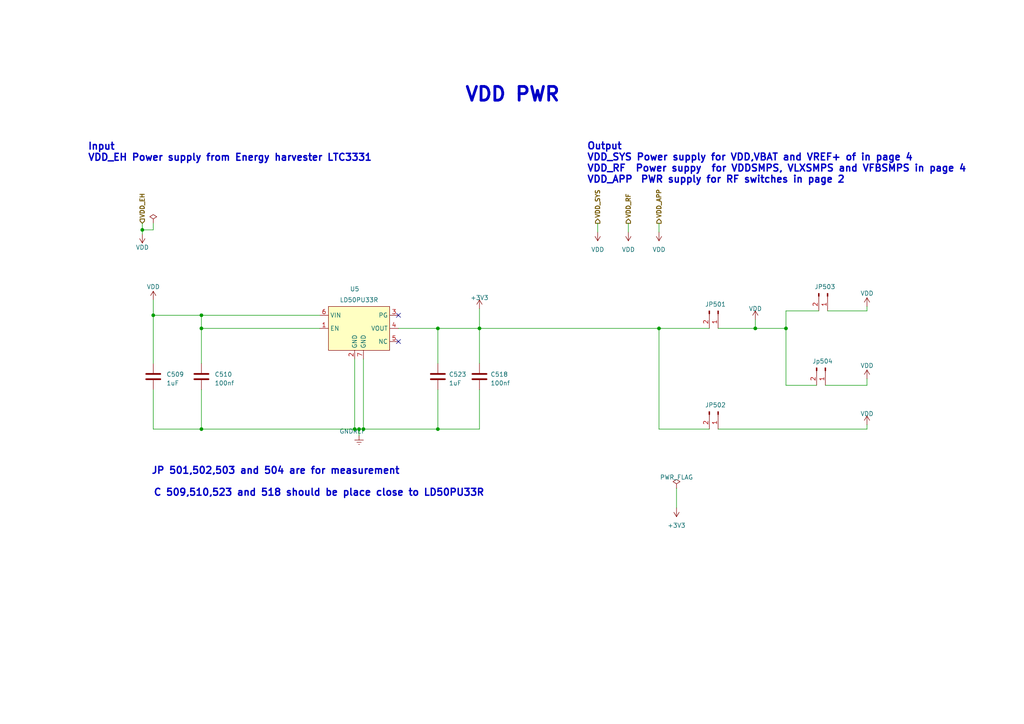
<source format=kicad_sch>
(kicad_sch (version 20230121) (generator eeschema)
  (paper "A4")
  (lib_symbols
    (symbol "Local:3V3" (power) (pin_names (offset 0))
      (property "Value" "3V3" (at 0 3.556 0))
      (symbol "3V3_0_1"
        (polyline (pts (xy -0.762 1.27) (xy 0 2.54)))
        (polyline (pts (xy 0 0) (xy 0 2.54)))
        (polyline (pts (xy 0 2.54) (xy 0.762 1.27)))
      )
      (symbol "3V3_1_1"
        (pin power_in line (at 0 0 90) (length 0) hide (name "+3V3") (number "1"))
      )
    )
    (symbol "Local:Capcitor" (pin_numbers hide) (pin_names (offset 0.254))
      (property "Reference" "C" (at 0.635 2.54 0))
      (property "Value" "C" (at 0.635 -2.54 0))
      (symbol "Capcitor_0_1"
        (polyline (pts (xy -2.032 -0.762) (xy 2.032 -0.762)) (stroke (width 0.508)))
        (polyline (pts (xy -2.032 0.762) (xy 2.032 0.762)) (stroke (width 0.508)))
      )
      (symbol "Capcitor_1_1"
        (pin passive line (at 0 3.81 270) (length 2.794) (name "~") (number "1"))
        (pin passive line (at 0 -3.81 90) (length 2.794) (name "~") (number "2"))
      )
    )
    (symbol "Local:GND" (power) (pin_names (offset 0))
      (property "Value" "GND" (at 0 -3.81 0))
      (symbol "GND_0_1"
        (polyline (pts (xy -0.635 -1.905) (xy 0.635 -1.905)))
        (polyline (pts (xy -0.127 -2.54) (xy 0.127 -2.54)))
        (polyline (pts (xy 0 -1.27) (xy 0 0)))
        (polyline (pts (xy 1.27 -1.27) (xy -1.27 -1.27)))
      )
      (symbol "GND_1_1"
        (pin power_in line (at 0 0 270) (length 0) hide (name "GNDREF") (number "1"))
      )
    )
    (symbol "Local:LD39050"
      (property "Reference" "U" (at -8.89 8.89 0))
      (symbol "LD39050_0_0"
        (pin bidirectional line (at -11.43 0 0) (length 2.54) (name "EN") (number "1"))
        (pin power_in line (at -1.27 -8.89 90) (length 2.54) (name "GND") (number "2"))
        (pin bidirectional line (at 11.43 3.81 180) (length 2.54) (name "PG") (number "3"))
        (pin bidirectional line (at 11.43 0 180) (length 2.54) (name "VOUT") (number "4"))
        (pin free line (at 11.43 -3.81 180) (length 2.54) (name "NC") (number "5"))
        (pin power_in line (at -11.43 3.81 0) (length 2.54) (name "VIN") (number "6"))
      )
      (symbol "LD39050_1_1"
        (rectangle (start -8.89 6.35) (end 8.89 -6.35) (fill (type background)))
        (pin power_out line (at 1.27 -8.89 90) (length 2.54) (name "GND") (number "7"))
      )
    )
    (symbol "Local:VDD_APP" (power) (pin_names (offset 0))
      (property "Value" "VDD_APP" (at 0 3.81 0))
      (symbol "VDD_APP_0_1"
        (polyline (pts (xy -0.762 1.27) (xy 0 2.54)))
        (polyline (pts (xy 0 0) (xy 0 2.54)))
        (polyline (pts (xy 0 2.54) (xy 0.762 1.27)))
      )
      (symbol "VDD_APP_1_1"
        (pin power_in line (at 0 0 90) (length 0) hide (name "VDD") (number "1"))
      )
    )
    (symbol "Local:VDD_EH" (power) (pin_names (offset 0))
      (property "Value" "VDD_EH" (at 0 3.81 0))
      (symbol "VDD_EH_0_1"
        (polyline (pts (xy -0.762 1.27) (xy 0 2.54)))
        (polyline (pts (xy 0 0) (xy 0 2.54)))
        (polyline (pts (xy 0 2.54) (xy 0.762 1.27)))
      )
      (symbol "VDD_EH_1_1"
        (pin power_in line (at 0 0 90) (length 0) hide (name "VDD") (number "1"))
      )
    )
    (symbol "Local:VDD_MCU" (power) (pin_names (offset 0))
      (property "Value" "VDD_MCU" (at 0 3.81 0))
      (symbol "VDD_MCU_0_1"
        (polyline (pts (xy -0.762 1.27) (xy 0 2.54)))
        (polyline (pts (xy 0 0) (xy 0 2.54)))
        (polyline (pts (xy 0 2.54) (xy 0.762 1.27)))
      )
      (symbol "VDD_MCU_1_1"
        (pin power_in line (at 0 0 90) (length 0) hide (name "VDD") (number "1"))
      )
    )
    (symbol "Local:VDD_RF" (power) (pin_names (offset 0))
      (property "Value" "VDD_RF" (at 0 3.81 0))
      (symbol "VDD_RF_0_1"
        (polyline (pts (xy -0.762 1.27) (xy 0 2.54)))
        (polyline (pts (xy 0 0) (xy 0 2.54)))
        (polyline (pts (xy 0 2.54) (xy 0.762 1.27)))
      )
      (symbol "VDD_RF_1_1"
        (pin power_in line (at 0 0 90) (length 0) hide (name "VDD") (number "1"))
      )
    )
    (symbol "Local:VDD_SYS" (power) (pin_names (offset 0))
      (property "Value" "VDD_SYS" (at 0 3.81 0))
      (symbol "VDD_SYS_0_1"
        (polyline (pts (xy -0.762 1.27) (xy 0 2.54)))
        (polyline (pts (xy 0 0) (xy 0 2.54)))
        (polyline (pts (xy 0 2.54) (xy 0.762 1.27)))
      )
      (symbol "VDD_SYS_1_1"
        (pin power_in line (at 0 0 90) (length 0) hide (name "VDD") (number "1"))
      )
    )
    (symbol "Local:jumper_01x02_Pin" (pin_names (offset 1.016) hide)
      (property "Reference" "J" (at 0 2.54 0))
      (property "Value" "Conn_01x02_Pin" (at 0 -5.08 0))
      (symbol "jumper_01x02_Pin_1_1"
        (polyline (pts (xy 1.27 -2.54) (xy 0.8636 -2.54)) (stroke (width 0.1524)))
        (polyline (pts (xy 1.27 0) (xy 0.8636 0)) (stroke (width 0.1524)))
        (rectangle (start 0.8636 -2.413) (end 0 -2.667) (stroke (width 0.1524)) (fill (type outline)))
        (rectangle (start 0.8636 0.127) (end 0 -0.127) (stroke (width 0.1524)) (fill (type outline)))
        (pin passive line (at 5.08 0 180) (length 3.81) (name "Pin_1") (number "1"))
        (pin passive line (at 5.08 -2.54 180) (length 3.81) (name "Pin_2") (number "2"))
      )
    )
    (symbol "power:PWR_FLAG" (power) (pin_numbers hide) (pin_names (offset 0) hide)
      (property "Value" "PWR_FLAG" (at 0 3.81 0))
      (symbol "PWR_FLAG_0_0"
        (pin power_out line (at 0 0 90) (length 0) (name "pwr") (number "1"))
      )
      (symbol "PWR_FLAG_0_1"
        (polyline (pts (xy 0 0) (xy 0 1.27) (xy -1.016 1.905) (xy 0 2.54) (xy 1.016 1.905) (xy 0 1.27)))
      )
    )
  )
  (junction (at 58.42 91.44))
  (junction (at 58.42 124.46))
  (junction (at 104.14 124.46))
  (junction (at 44.45 91.44))
  (junction (at 127 124.46))
  (junction (at 58.42 95.25))
  (junction (at 127 95.25))
  (junction (at 227.965 95.25))
  (junction (at 139.065 95.25))
  (junction (at 191.135 95.25))
  (junction (at 41.275 66.675))
  (junction (at 105.41 124.46))
  (junction (at 219.075 95.25))
  (junction (at 102.87 124.46))
  (no_connect (at 115.57 91.44))
  (no_connect (at 115.57 99.06))
  (wire (pts (xy 102.87 104.14) (xy 102.87 124.46)))
  (wire (pts (xy 219.075 95.25) (xy 227.965 95.25)))
  (wire (pts (xy 58.42 91.44) (xy 92.71 91.44)))
  (wire (pts (xy 44.45 124.46) (xy 58.42 124.46)))
  (wire (pts (xy 115.57 95.25) (xy 127 95.25)))
  (wire (pts (xy 240.03 90.17) (xy 251.46 90.17)))
  (wire (pts (xy 41.275 66.675) (xy 41.275 67.945)))
  (wire (pts (xy 139.065 95.25) (xy 191.135 95.25)))
  (wire (pts (xy 44.45 91.44) (xy 58.42 91.44)))
  (wire (pts (xy 227.965 95.25) (xy 227.965 111.76)))
  (wire (pts (xy 208.28 124.46) (xy 251.46 124.46)))
  (wire (pts (xy 105.41 124.46) (xy 127 124.46)))
  (wire (pts (xy 139.065 95.25) (xy 127 95.25)))
  (wire (pts (xy 44.45 64.77) (xy 44.45 66.675)))
  (wire (pts (xy 173.355 64.77) (xy 173.355 67.31)))
  (wire (pts (xy 208.28 95.25) (xy 219.075 95.25)))
  (wire (pts (xy 44.45 66.675) (xy 41.275 66.675)))
  (wire (pts (xy 191.135 124.46) (xy 205.74 124.46)))
  (wire (pts (xy 58.42 124.46) (xy 58.42 113.03)))
  (wire (pts (xy 58.42 95.25) (xy 58.42 105.41)))
  (wire (pts (xy 127 124.46) (xy 139.065 124.46)))
  (wire (pts (xy 191.135 95.25) (xy 191.135 124.46)))
  (wire (pts (xy 139.065 89.535) (xy 139.065 95.25)))
  (wire (pts (xy 191.135 95.25) (xy 205.74 95.25)))
  (wire (pts (xy 227.965 95.25) (xy 227.965 90.17)))
  (wire (pts (xy 41.275 64.77) (xy 41.275 66.675)))
  (wire (pts (xy 44.45 86.995) (xy 44.45 91.44)))
  (wire (pts (xy 44.45 113.03) (xy 44.45 124.46)))
  (wire (pts (xy 44.45 91.44) (xy 44.45 105.41)))
  (wire (pts (xy 127 95.25) (xy 127 105.41)))
  (wire (pts (xy 227.965 90.17) (xy 237.49 90.17)))
  (wire (pts (xy 227.965 111.76) (xy 236.855 111.76)))
  (wire (pts (xy 196.215 141.605) (xy 196.215 147.32)))
  (wire (pts (xy 104.14 124.46) (xy 104.14 126.365)))
  (wire (pts (xy 219.075 92.71) (xy 219.075 95.25)))
  (wire (pts (xy 191.135 64.77) (xy 191.135 67.31)))
  (wire (pts (xy 58.42 95.25) (xy 92.71 95.25)))
  (wire (pts (xy 251.46 90.17) (xy 251.46 88.9)))
  (wire (pts (xy 102.87 124.46) (xy 104.14 124.46)))
  (wire (pts (xy 239.395 111.76) (xy 251.46 111.76)))
  (wire (pts (xy 58.42 91.44) (xy 58.42 95.25)))
  (wire (pts (xy 251.46 123.19) (xy 251.46 124.46)))
  (wire (pts (xy 139.065 124.46) (xy 139.065 113.03)))
  (wire (pts (xy 58.42 124.46) (xy 102.87 124.46)))
  (wire (pts (xy 105.41 104.14) (xy 105.41 124.46)))
  (wire (pts (xy 251.46 109.855) (xy 251.46 111.76)))
  (wire (pts (xy 104.14 124.46) (xy 105.41 124.46)))
  (wire (pts (xy 139.065 105.41) (xy 139.065 95.25)))
  (wire (pts (xy 127 113.03) (xy 127 124.46)))
  (wire (pts (xy 182.245 64.77) (xy 182.245 67.31)))
  (text "Output\nVDD_SYS Power supply for VDD,VBAT and VREF+ of in page 4\nVDD_RF  Power suppy  for VDDSMPS, VLXSMPS and VFBSMPS in page 4\nVDD_APP	PWR supply for RF switches in page 2" (at 170.18 53.34 0) (effects (font (size 2 2) bold) (justify left bottom)))
  (text "JP 501,502,503 and 504 are for measurement" (at 43.815 137.795 0) (effects (font (size 2 2) bold) (justify left bottom)))
  (text "C 509,510,523 and 518 should be place close to LD50PU33R" (at 44.45 144.145 0) (effects (font (size 2 2) bold) (justify left bottom)))
  (text "Input\nVDD_EH Power supply from Energy harvester LTC3331" (at 25.4 46.99 0) (effects (font (size 2 2) bold) (justify left bottom)))
  (text "VDD PWR" (at 134.62 29.845 0) (effects (font (size 4 4) (thickness 0.8) bold) (justify left bottom)))
  (hierarchical_label "VDD_APP" (shape output) (at 191.135 64.77 90) (effects (font bold)))
  (hierarchical_label "VDD_RF" (shape output) (at 182.245 64.77 90) (effects (font bold)))
  (hierarchical_label "VDD_SYS" (shape output) (at 173.355 64.77 90) (effects (font bold)))
  (hierarchical_label "VDD_EH" (shape input) (at 41.275 64.77 90) (effects (font bold)))
  (symbol (lib_id "Local:jumper_01x02_Pin") (at 240.03 85.09 270) (unit 1)
    (property "Reference" "JP503" (at 236.22 83.185 90) (effects (justify left)))
    (property "Value" "Conn_01x02_Pin" (effects hide))
    (property "Footprint" "Local:Molex_1x02_P2.54mm_Vertical" (effects hide))
    (property "Datasheet" "https://www.mouser.com/datasheet/2/276/2/0900590011_ACCESSORIES-1907533.pdf" (effects hide))
    (property "MFG P/N" "90059-0011" (effects hide))
    (property "Supplier P/N" "538-90059-0011" (effects hide))
    (property "MFG" "Molex" (effects hide))
    (property "Description" "Headers & Wire Housings 2.54MM BLK SHNT STRP MICRO C-GRID .38AU" (effects hide))
    (property "Config" "fit" (effects hide))
    (property "Parts Link" "https://www.mouser.com/ProductDetail/Molex/90059-0011?qs=5I9OOWfkcOU71A1eSKBSzA%3D%3D" (effects hide))
  )
  (symbol (lib_id "Local:3V3") (at 139.065 89.535 0) (unit 1)
    (property "Reference" "#PWR05" (effects hide))
    (property "Value" "3V3" (at 139.065 86.36 0))
  )
  (symbol (lib_id "power:PWR_FLAG") (at 44.45 64.77 0) (unit 1)
    (property "Reference" "#FLG02" (effects hide))
    (property "Value" "PWR_FLAG" (effects hide))
  )
  (symbol (lib_id "Local:VDD_SYS") (at 173.355 67.31 180) (unit 1)
    (property "Reference" "#PWR011" (effects hide))
    (property "Value" "VDD_SYS" (at 173.355 72.39 0))
  )
  (symbol (lib_id "Local:Capcitor") (at 58.42 109.22 0) (unit 1)
    (property "Reference" "C510" (at 62.23 108.585 0) (effects (justify left)))
    (property "Value" "100nf" (at 62.23 111.125 0) (effects (justify left)))
    (property "Footprint" "Capacitor_SMD:C_0603_1608Metric_Pad1.08x0.95mm_HandSolder" (effects hide))
    (property "Datasheet" "https://www.yageo.com/upload/media/product/productsearch/datasheet/mlcc/UPY-GPHC_X7R_6.3V-to-50V_20.pdf" (effects hide))
    (property "MFG P/N" "CC0603KRX7R8BB104" (effects hide))
    (property "Supplier P/N" "1550" (effects hide))
    (property "MFG" "Yageo" (effects hide))
    (property "Description" "0.1 µF ±10% 25V Ceramic Capacitor X7R 0603 (1608 Metric)" (effects hide))
    (property "Config" "fit" (effects hide))
    (property "Parts Link" "https://etr.rowan.edu/inventory/part/1550" (effects hide))
  )
  (symbol (lib_id "Local:VDD_RF") (at 182.245 67.31 180) (unit 1)
    (property "Reference" "#PWR012" (effects hide))
    (property "Value" "VDD_RF" (at 182.245 72.39 0))
  )
  (symbol (lib_id "Local:Capcitor") (at 139.065 109.22 0) (unit 1)
    (property "Reference" "C518" (at 142.24 108.585 0) (effects (justify left)))
    (property "Value" "100nf" (at 142.24 111.125 0) (effects (justify left)))
    (property "Footprint" "Capacitor_SMD:C_0603_1608Metric_Pad1.08x0.95mm_HandSolder" (effects hide))
    (property "Datasheet" "https://www.yageo.com/upload/media/product/productsearch/datasheet/mlcc/UPY-GPHC_X7R_6.3V-to-50V_20.pdf" (effects hide))
    (property "MFG P/N" "CC0603KRX7R8BB104" (effects hide))
    (property "Supplier P/N" "1550" (effects hide))
    (property "MFG" "Yageo" (effects hide))
    (property "Description" "0.1 µF ±10% 25V Ceramic Capacitor X7R 0603 (1608 Metric)" (effects hide))
    (property "Config" "fit" (effects hide))
    (property "Parts Link" "https://etr.rowan.edu/inventory/part/1550" (effects hide))
  )
  (symbol (lib_id "Local:VDD_MCU") (at 219.075 92.71 0) (unit 1)
    (property "Reference" "#PWR06" (effects hide))
    (property "Value" "VDD_MCU" (at 219.075 89.535 0))
  )
  (symbol (lib_id "Local:VDD_APP") (at 251.46 123.19 0) (unit 1)
    (property "Reference" "#PWR07" (effects hide))
    (property "Value" "VDD_APP" (at 251.46 120.015 0))
  )
  (symbol (lib_id "Local:VDD_SYS") (at 251.46 88.9 0) (unit 1)
    (property "Reference" "#PWR08" (effects hide))
    (property "Value" "VDD_SYS" (at 251.46 85.09 0))
  )
  (symbol (lib_id "Local:jumper_01x02_Pin") (at 208.28 90.17 270) (unit 1)
    (property "Reference" "JP501" (at 204.47 88.265 90) (effects (justify left)))
    (property "Value" "Conn_01x02_Pin" (effects hide))
    (property "Footprint" "Local:Molex_1x02_P2.54mm_Vertical" (effects hide))
    (property "Datasheet" "https://www.mouser.com/datasheet/2/276/2/0900590011_ACCESSORIES-1907533.pdf" (effects hide))
    (property "MFG P/N" "90059-0011" (effects hide))
    (property "Supplier P/N" "538-90059-0011" (effects hide))
    (property "MFG" "Molex" (effects hide))
    (property "Description" "Headers & Wire Housings 2.54MM BLK SHNT STRP MICRO C-GRID .38AU" (effects hide))
    (property "Config" "fit" (effects hide))
    (property "Parts Link" "https://www.mouser.com/ProductDetail/Molex/90059-0011?qs=5I9OOWfkcOU71A1eSKBSzA%3D%3D" (effects hide))
  )
  (symbol (lib_id "power:PWR_FLAG") (at 196.215 141.605 0) (unit 1)
    (property "Reference" "#FLG01" (effects hide))
    (property "Value" "PWR_FLAG" (at 196.215 138.43 0))
  )
  (symbol (lib_id "Local:GND") (at 104.14 126.365 0) (unit 1)
    (property "Reference" "#PWR04" (effects hide))
    (property "Value" "GND" (at 102.235 125.095 0))
  )
  (symbol (lib_id "Local:Capcitor") (at 127 109.22 0) (unit 1)
    (property "Reference" "C523" (at 130.175 108.585 0) (effects (justify left)))
    (property "Value" "1uF" (at 130.175 111.125 0) (effects (justify left)))
    (property "Footprint" "Capacitor_SMD:C_0603_1608Metric_Pad1.08x0.95mm_HandSolder" (effects hide))
    (property "Datasheet" "https://www.yageo.com/upload/media/product/productsearch/datasheet/mlcc/UPY-GPHC_X5R_4V-to-50V_26.pdf" (effects hide))
    (property "MFG P/N" "CC0603KRX5R8BB105" (effects hide))
    (property "Supplier P/N" "Rowan #1725" (effects hide))
    (property "MFG" "YAGEO" (effects hide))
    (property "Description" "1.0 µF 25.0 V 10.0 % Ceramic Capacitor" (effects hide))
    (property "Config" "fit" (effects hide))
    (property "Parts Link" "https://etr.rowan.edu/inventory/part/1725" (effects hide))
  )
  (symbol (lib_id "Local:VDD_EH") (at 44.45 86.995 0) (unit 1)
    (property "Reference" "#PWR03" (effects hide))
    (property "Value" "VDD_EH" (at 44.45 83.185 0))
  )
  (symbol (lib_id "Local:LD39050") (at 104.14 95.25 0) (unit 1)
    (property "Reference" "U5" (at 102.87 83.82 0))
    (property "Value" "LD50PU33R" (at 104.14 86.995 0))
    (property "Footprint" "Local:SON95P300X300X100-7N" (effects hide))
    (property "Datasheet" "https://www.mouser.com/datasheet/2/389/ld39050-1849494.pdf" (effects hide))
    (property "MFG P/N" "LD39050PU33R" (effects hide))
    (property "Supplier P/N" "511-LD39050PU33R" (effects hide))
    (property "MFG" "STMicroelectronics" (effects hide))
    (property "Description" "LDO Voltage Regulators 3.3V 500mA ULTRA LDO" (effects hide))
    (property "Config" "fit" (effects hide))
    (property "Parts Link" "https://www.mouser.com/ProductDetail/STMicroelectronics/LD39050PU33R?qs=5HwTSiuA5HCrgw9sKi%2FGcQ%3D%3D" (effects hide))
  )
  (symbol (lib_id "Local:jumper_01x02_Pin") (at 208.28 119.38 270) (unit 1)
    (property "Reference" "JP502" (at 204.47 117.475 90) (effects (justify left)))
    (property "Value" "Conn_01x02_Pin" (effects hide))
    (property "Footprint" "Local:Molex_1x02_P2.54mm_Vertical" (effects hide))
    (property "Datasheet" "https://www.mouser.com/datasheet/2/276/2/0900590011_ACCESSORIES-1907533.pdf" (effects hide))
    (property "MFG P/N" "90059-0011" (effects hide))
    (property "Supplier P/N" "538-90059-0011" (effects hide))
    (property "MFG" "Molex" (effects hide))
    (property "Description" "Headers & Wire Housings 2.54MM BLK SHNT STRP MICRO C-GRID .38AU" (effects hide))
    (property "Config" "fit" (effects hide))
    (property "Parts Link" "https://www.mouser.com/ProductDetail/Molex/90059-0011?qs=5I9OOWfkcOU71A1eSKBSzA%3D%3D" (effects hide))
  )
  (symbol (lib_id "Local:VDD_EH") (at 41.275 67.945 180) (unit 1)
    (property "Reference" "#PWR014" (effects hide))
    (property "Value" "VDD_EH" (at 41.275 71.755 0))
  )
  (symbol (lib_id "Local:VDD_RF") (at 251.46 109.855 0) (unit 1)
    (property "Reference" "#PWR09" (effects hide))
    (property "Value" "VDD_RF" (at 251.46 106.045 0))
  )
  (symbol (lib_id "Local:VDD_APP") (at 191.135 67.31 180) (unit 1)
    (property "Reference" "#PWR013" (effects hide))
    (property "Value" "VDD_APP" (at 191.135 72.39 0))
  )
  (symbol (lib_id "Local:Capcitor") (at 44.45 109.22 0) (unit 1)
    (property "Reference" "C509" (at 48.26 108.585 0) (effects (justify left)))
    (property "Value" "1uF" (at 48.26 111.125 0) (effects (justify left)))
    (property "Footprint" "Capacitor_SMD:C_0603_1608Metric_Pad1.08x0.95mm_HandSolder" (effects hide))
    (property "Datasheet" "https://www.yageo.com/upload/media/product/productsearch/datasheet/mlcc/UPY-GPHC_X5R_4V-to-50V_26.pdf" (effects hide))
    (property "MFG P/N" "CC0603KRX5R8BB105" (effects hide))
    (property "Supplier P/N" "Rowan #1725" (effects hide))
    (property "MFG" "YAGEO" (effects hide))
    (property "Description" "1.0 µF 25.0 V 10.0 % Ceramic Capacitor" (effects hide))
    (property "Config" "fit" (effects hide))
    (property "Parts Link" "https://etr.rowan.edu/inventory/part/1725" (effects hide))
  )
  (symbol (lib_id "Local:3V3") (at 196.215 147.32 180) (unit 1)
    (property "Reference" "#PWR02" (effects hide))
    (property "Value" "3V3" (at 196.215 152.4 0))
  )
  (symbol (lib_id "Local:jumper_01x02_Pin") (at 239.395 106.68 270) (unit 1)
    (property "Reference" "Jp504" (at 235.585 104.775 90) (effects (justify left)))
    (property "Value" "Conn_01x02_Pin" (effects hide))
    (property "Footprint" "Local:Molex_1x02_P2.54mm_Vertical" (effects hide))
    (property "Datasheet" "https://www.mouser.com/datasheet/2/276/2/0900590011_ACCESSORIES-1907533.pdf" (effects hide))
    (property "MFG P/N" "90059-0011" (effects hide))
    (property "Supplier P/N" "538-90059-0011" (effects hide))
    (property "MFG" "Molex" (effects hide))
    (property "Description" "Headers & Wire Housings 2.54MM BLK SHNT STRP MICRO C-GRID .38AU" (effects hide))
    (property "Config" "fit" (effects hide))
    (property "Parts Link" "https://www.mouser.com/ProductDetail/Molex/90059-0011?qs=5I9OOWfkcOU71A1eSKBSzA%3D%3D" (effects hide))
  )
)
</source>
